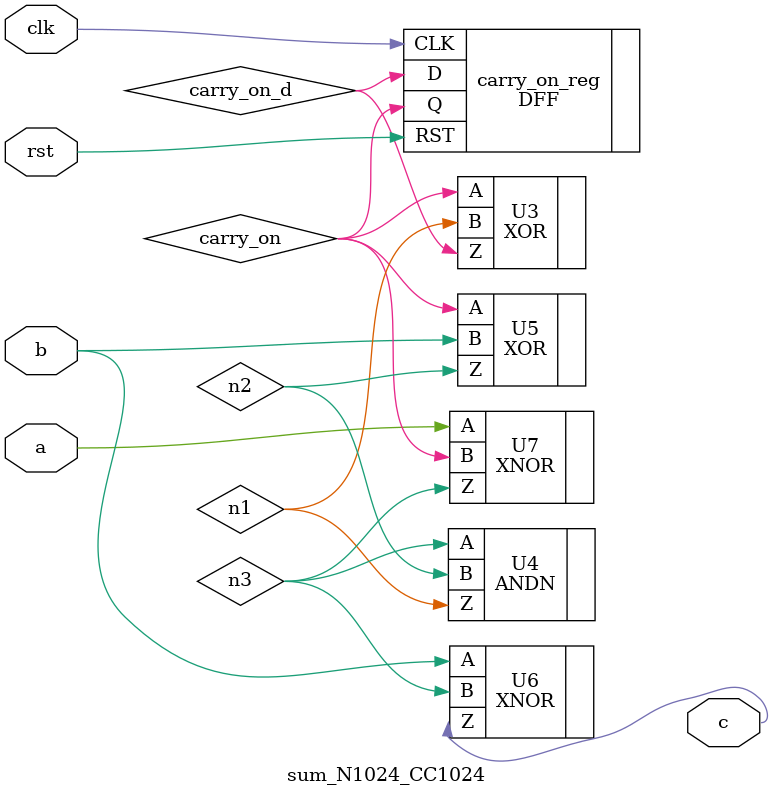
<source format=v>

module sum_N1024_CC1024 ( clk, rst, a, b, c );
  input [0:0] a;
  input [0:0] b;
  output [0:0] c;
  input clk, rst;
  wire   carry_on, carry_on_d, n1, n2, n3;

  DFF carry_on_reg ( .D(carry_on_d), .CLK(clk), .RST(rst), .Q(carry_on) );
  XOR U3 ( .A(carry_on), .B(n1), .Z(carry_on_d) );
  ANDN U4 ( .B(n2), .A(n3), .Z(n1) );
  XOR U5 ( .A(carry_on), .B(b[0]), .Z(n2) );
  XNOR U6 ( .A(b[0]), .B(n3), .Z(c[0]) );
  XNOR U7 ( .A(a[0]), .B(carry_on), .Z(n3) );
endmodule


</source>
